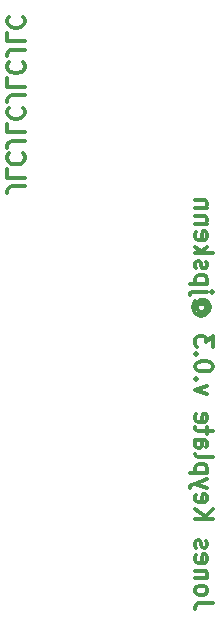
<source format=gbo>
%TF.GenerationSoftware,KiCad,Pcbnew,(5.1.6-0-10_14)*%
%TF.CreationDate,2020-08-10T13:13:59+09:00*%
%TF.ProjectId,keyplate,6b657970-6c61-4746-952e-6b696361645f,rev?*%
%TF.SameCoordinates,Original*%
%TF.FileFunction,Legend,Bot*%
%TF.FilePolarity,Positive*%
%FSLAX46Y46*%
G04 Gerber Fmt 4.6, Leading zero omitted, Abs format (unit mm)*
G04 Created by KiCad (PCBNEW (5.1.6-0-10_14)) date 2020-08-10 13:13:59*
%MOMM*%
%LPD*%
G01*
G04 APERTURE LIST*
%ADD10C,0.300000*%
G04 APERTURE END LIST*
D10*
X23071428Y-15228571D02*
X22000000Y-15228571D01*
X21785714Y-15300000D01*
X21642857Y-15442857D01*
X21571428Y-15657142D01*
X21571428Y-15800000D01*
X21571428Y-13800000D02*
X21571428Y-14514285D01*
X23071428Y-14514285D01*
X21714285Y-12442857D02*
X21642857Y-12514285D01*
X21571428Y-12728571D01*
X21571428Y-12871428D01*
X21642857Y-13085714D01*
X21785714Y-13228571D01*
X21928571Y-13300000D01*
X22214285Y-13371428D01*
X22428571Y-13371428D01*
X22714285Y-13300000D01*
X22857142Y-13228571D01*
X23000000Y-13085714D01*
X23071428Y-12871428D01*
X23071428Y-12728571D01*
X23000000Y-12514285D01*
X22928571Y-12442857D01*
X23071428Y-11371428D02*
X22000000Y-11371428D01*
X21785714Y-11442857D01*
X21642857Y-11585714D01*
X21571428Y-11800000D01*
X21571428Y-11942857D01*
X21571428Y-9942857D02*
X21571428Y-10657142D01*
X23071428Y-10657142D01*
X21714285Y-8585714D02*
X21642857Y-8657142D01*
X21571428Y-8871428D01*
X21571428Y-9014285D01*
X21642857Y-9228571D01*
X21785714Y-9371428D01*
X21928571Y-9442857D01*
X22214285Y-9514285D01*
X22428571Y-9514285D01*
X22714285Y-9442857D01*
X22857142Y-9371428D01*
X23000000Y-9228571D01*
X23071428Y-9014285D01*
X23071428Y-8871428D01*
X23000000Y-8657142D01*
X22928571Y-8585714D01*
X23071428Y-7514285D02*
X22000000Y-7514285D01*
X21785714Y-7585714D01*
X21642857Y-7728571D01*
X21571428Y-7942857D01*
X21571428Y-8085714D01*
X21571428Y-6085714D02*
X21571428Y-6800000D01*
X23071428Y-6800000D01*
X21714285Y-4728571D02*
X21642857Y-4800000D01*
X21571428Y-5014285D01*
X21571428Y-5157142D01*
X21642857Y-5371428D01*
X21785714Y-5514285D01*
X21928571Y-5585714D01*
X22214285Y-5657142D01*
X22428571Y-5657142D01*
X22714285Y-5585714D01*
X22857142Y-5514285D01*
X23000000Y-5371428D01*
X23071428Y-5157142D01*
X23071428Y-5014285D01*
X23000000Y-4800000D01*
X22928571Y-4728571D01*
X23071428Y-3657142D02*
X22000000Y-3657142D01*
X21785714Y-3728571D01*
X21642857Y-3871428D01*
X21571428Y-4085714D01*
X21571428Y-4228571D01*
X21571428Y-2228571D02*
X21571428Y-2942857D01*
X23071428Y-2942857D01*
X21714285Y-871428D02*
X21642857Y-942857D01*
X21571428Y-1157142D01*
X21571428Y-1299999D01*
X21642857Y-1514285D01*
X21785714Y-1657142D01*
X21928571Y-1728571D01*
X22214285Y-1799999D01*
X22428571Y-1799999D01*
X22714285Y-1728571D01*
X22857142Y-1657142D01*
X23000000Y-1514285D01*
X23071428Y-1299999D01*
X23071428Y-1157142D01*
X23000000Y-942857D01*
X22928571Y-871428D01*
X39021428Y-50471428D02*
X37950000Y-50471428D01*
X37735714Y-50542857D01*
X37592857Y-50685714D01*
X37521428Y-50900000D01*
X37521428Y-51042857D01*
X37521428Y-49542857D02*
X37592857Y-49685714D01*
X37664285Y-49757142D01*
X37807142Y-49828571D01*
X38235714Y-49828571D01*
X38378571Y-49757142D01*
X38450000Y-49685714D01*
X38521428Y-49542857D01*
X38521428Y-49328571D01*
X38450000Y-49185714D01*
X38378571Y-49114285D01*
X38235714Y-49042857D01*
X37807142Y-49042857D01*
X37664285Y-49114285D01*
X37592857Y-49185714D01*
X37521428Y-49328571D01*
X37521428Y-49542857D01*
X38521428Y-48400000D02*
X37521428Y-48400000D01*
X38378571Y-48400000D02*
X38450000Y-48328571D01*
X38521428Y-48185714D01*
X38521428Y-47971428D01*
X38450000Y-47828571D01*
X38307142Y-47757142D01*
X37521428Y-47757142D01*
X37592857Y-46471428D02*
X37521428Y-46614285D01*
X37521428Y-46900000D01*
X37592857Y-47042857D01*
X37735714Y-47114285D01*
X38307142Y-47114285D01*
X38450000Y-47042857D01*
X38521428Y-46900000D01*
X38521428Y-46614285D01*
X38450000Y-46471428D01*
X38307142Y-46400000D01*
X38164285Y-46400000D01*
X38021428Y-47114285D01*
X37592857Y-45828571D02*
X37521428Y-45685714D01*
X37521428Y-45400000D01*
X37592857Y-45257142D01*
X37735714Y-45185714D01*
X37807142Y-45185714D01*
X37950000Y-45257142D01*
X38021428Y-45400000D01*
X38021428Y-45614285D01*
X38092857Y-45757142D01*
X38235714Y-45828571D01*
X38307142Y-45828571D01*
X38450000Y-45757142D01*
X38521428Y-45614285D01*
X38521428Y-45400000D01*
X38450000Y-45257142D01*
X37521428Y-43400000D02*
X39021428Y-43400000D01*
X37521428Y-42542857D02*
X38378571Y-43185714D01*
X39021428Y-42542857D02*
X38164285Y-43400000D01*
X37592857Y-41328571D02*
X37521428Y-41471428D01*
X37521428Y-41757142D01*
X37592857Y-41900000D01*
X37735714Y-41971428D01*
X38307142Y-41971428D01*
X38450000Y-41900000D01*
X38521428Y-41757142D01*
X38521428Y-41471428D01*
X38450000Y-41328571D01*
X38307142Y-41257142D01*
X38164285Y-41257142D01*
X38021428Y-41971428D01*
X38521428Y-40757142D02*
X37521428Y-40400000D01*
X38521428Y-40042857D02*
X37521428Y-40400000D01*
X37164285Y-40542857D01*
X37092857Y-40614285D01*
X37021428Y-40757142D01*
X38521428Y-39471428D02*
X37021428Y-39471428D01*
X38450000Y-39471428D02*
X38521428Y-39328571D01*
X38521428Y-39042857D01*
X38450000Y-38900000D01*
X38378571Y-38828571D01*
X38235714Y-38757142D01*
X37807142Y-38757142D01*
X37664285Y-38828571D01*
X37592857Y-38900000D01*
X37521428Y-39042857D01*
X37521428Y-39328571D01*
X37592857Y-39471428D01*
X37521428Y-37900000D02*
X37592857Y-38042857D01*
X37735714Y-38114285D01*
X39021428Y-38114285D01*
X37521428Y-36685714D02*
X38307142Y-36685714D01*
X38450000Y-36757142D01*
X38521428Y-36900000D01*
X38521428Y-37185714D01*
X38450000Y-37328571D01*
X37592857Y-36685714D02*
X37521428Y-36828571D01*
X37521428Y-37185714D01*
X37592857Y-37328571D01*
X37735714Y-37400000D01*
X37878571Y-37400000D01*
X38021428Y-37328571D01*
X38092857Y-37185714D01*
X38092857Y-36828571D01*
X38164285Y-36685714D01*
X38521428Y-36185714D02*
X38521428Y-35614285D01*
X39021428Y-35971428D02*
X37735714Y-35971428D01*
X37592857Y-35900000D01*
X37521428Y-35757142D01*
X37521428Y-35614285D01*
X37592857Y-34542857D02*
X37521428Y-34685714D01*
X37521428Y-34971428D01*
X37592857Y-35114285D01*
X37735714Y-35185714D01*
X38307142Y-35185714D01*
X38450000Y-35114285D01*
X38521428Y-34971428D01*
X38521428Y-34685714D01*
X38450000Y-34542857D01*
X38307142Y-34471428D01*
X38164285Y-34471428D01*
X38021428Y-35185714D01*
X38521428Y-32828571D02*
X37521428Y-32471428D01*
X38521428Y-32114285D01*
X37664285Y-31542857D02*
X37592857Y-31471428D01*
X37521428Y-31542857D01*
X37592857Y-31614285D01*
X37664285Y-31542857D01*
X37521428Y-31542857D01*
X39021428Y-30542857D02*
X39021428Y-30400000D01*
X38950000Y-30257142D01*
X38878571Y-30185714D01*
X38735714Y-30114285D01*
X38450000Y-30042857D01*
X38092857Y-30042857D01*
X37807142Y-30114285D01*
X37664285Y-30185714D01*
X37592857Y-30257142D01*
X37521428Y-30400000D01*
X37521428Y-30542857D01*
X37592857Y-30685714D01*
X37664285Y-30757142D01*
X37807142Y-30828571D01*
X38092857Y-30900000D01*
X38450000Y-30900000D01*
X38735714Y-30828571D01*
X38878571Y-30757142D01*
X38950000Y-30685714D01*
X39021428Y-30542857D01*
X37664285Y-29400000D02*
X37592857Y-29328571D01*
X37521428Y-29400000D01*
X37592857Y-29471428D01*
X37664285Y-29400000D01*
X37521428Y-29400000D01*
X39021428Y-28828571D02*
X39021428Y-27899999D01*
X38450000Y-28399999D01*
X38450000Y-28185714D01*
X38378571Y-28042857D01*
X38307142Y-27971428D01*
X38164285Y-27899999D01*
X37807142Y-27899999D01*
X37664285Y-27971428D01*
X37592857Y-28042857D01*
X37521428Y-28185714D01*
X37521428Y-28614285D01*
X37592857Y-28757142D01*
X37664285Y-28828571D01*
X38235714Y-25185714D02*
X38307142Y-25257142D01*
X38378571Y-25399999D01*
X38378571Y-25542857D01*
X38307142Y-25685714D01*
X38235714Y-25757142D01*
X38092857Y-25828571D01*
X37950000Y-25828571D01*
X37807142Y-25757142D01*
X37735714Y-25685714D01*
X37664285Y-25542857D01*
X37664285Y-25399999D01*
X37735714Y-25257142D01*
X37807142Y-25185714D01*
X38378571Y-25185714D02*
X37807142Y-25185714D01*
X37735714Y-25114285D01*
X37735714Y-25042857D01*
X37807142Y-24899999D01*
X37950000Y-24828571D01*
X38307142Y-24828571D01*
X38521428Y-24971428D01*
X38664285Y-25185714D01*
X38735714Y-25471428D01*
X38664285Y-25757142D01*
X38521428Y-25971428D01*
X38307142Y-26114285D01*
X38021428Y-26185714D01*
X37735714Y-26114285D01*
X37521428Y-25971428D01*
X37378571Y-25757142D01*
X37307142Y-25471428D01*
X37378571Y-25185714D01*
X37521428Y-24971428D01*
X38521428Y-24185714D02*
X37235714Y-24185714D01*
X37092857Y-24257142D01*
X37021428Y-24399999D01*
X37021428Y-24471428D01*
X39021428Y-24185714D02*
X38950000Y-24257142D01*
X38878571Y-24185714D01*
X38950000Y-24114285D01*
X39021428Y-24185714D01*
X38878571Y-24185714D01*
X38521428Y-23471428D02*
X37021428Y-23471428D01*
X38450000Y-23471428D02*
X38521428Y-23328571D01*
X38521428Y-23042857D01*
X38450000Y-22899999D01*
X38378571Y-22828571D01*
X38235714Y-22757142D01*
X37807142Y-22757142D01*
X37664285Y-22828571D01*
X37592857Y-22899999D01*
X37521428Y-23042857D01*
X37521428Y-23328571D01*
X37592857Y-23471428D01*
X37592857Y-22185714D02*
X37521428Y-22042857D01*
X37521428Y-21757142D01*
X37592857Y-21614285D01*
X37735714Y-21542857D01*
X37807142Y-21542857D01*
X37950000Y-21614285D01*
X38021428Y-21757142D01*
X38021428Y-21971428D01*
X38092857Y-22114285D01*
X38235714Y-22185714D01*
X38307142Y-22185714D01*
X38450000Y-22114285D01*
X38521428Y-21971428D01*
X38521428Y-21757142D01*
X38450000Y-21614285D01*
X37521428Y-20899999D02*
X39021428Y-20899999D01*
X38092857Y-20757142D02*
X37521428Y-20328571D01*
X38521428Y-20328571D02*
X37950000Y-20899999D01*
X37592857Y-19114285D02*
X37521428Y-19257142D01*
X37521428Y-19542857D01*
X37592857Y-19685714D01*
X37735714Y-19757142D01*
X38307142Y-19757142D01*
X38450000Y-19685714D01*
X38521428Y-19542857D01*
X38521428Y-19257142D01*
X38450000Y-19114285D01*
X38307142Y-19042857D01*
X38164285Y-19042857D01*
X38021428Y-19757142D01*
X38521428Y-18399999D02*
X37521428Y-18399999D01*
X38378571Y-18399999D02*
X38450000Y-18328571D01*
X38521428Y-18185714D01*
X38521428Y-17971428D01*
X38450000Y-17828571D01*
X38307142Y-17757142D01*
X37521428Y-17757142D01*
X38521428Y-17042857D02*
X37521428Y-17042857D01*
X38378571Y-17042857D02*
X38450000Y-16971428D01*
X38521428Y-16828571D01*
X38521428Y-16614285D01*
X38450000Y-16471428D01*
X38307142Y-16399999D01*
X37521428Y-16399999D01*
M02*

</source>
